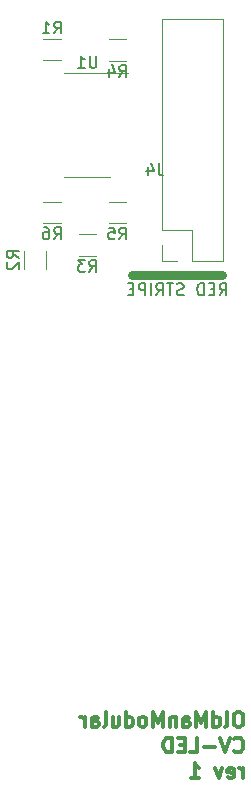
<source format=gbr>
%TF.GenerationSoftware,KiCad,Pcbnew,(5.1.8)-1*%
%TF.CreationDate,2021-01-03T22:56:05-05:00*%
%TF.ProjectId,LedController1,4c656443-6f6e-4747-926f-6c6c6572312e,rev?*%
%TF.SameCoordinates,Original*%
%TF.FileFunction,Legend,Bot*%
%TF.FilePolarity,Positive*%
%FSLAX46Y46*%
G04 Gerber Fmt 4.6, Leading zero omitted, Abs format (unit mm)*
G04 Created by KiCad (PCBNEW (5.1.8)-1) date 2021-01-03 22:56:05*
%MOMM*%
%LPD*%
G01*
G04 APERTURE LIST*
%ADD10C,0.300000*%
%ADD11C,0.150000*%
%ADD12C,0.750000*%
%ADD13C,0.120000*%
G04 APERTURE END LIST*
D10*
X19271691Y-92889664D02*
X19033596Y-92889664D01*
X18914548Y-92949188D01*
X18795501Y-93068235D01*
X18735977Y-93306330D01*
X18735977Y-93722997D01*
X18795501Y-93961092D01*
X18914548Y-94080140D01*
X19033596Y-94139664D01*
X19271691Y-94139664D01*
X19390739Y-94080140D01*
X19509786Y-93961092D01*
X19569310Y-93722997D01*
X19569310Y-93306330D01*
X19509786Y-93068235D01*
X19390739Y-92949188D01*
X19271691Y-92889664D01*
X18021691Y-94139664D02*
X18140739Y-94080140D01*
X18200263Y-93961092D01*
X18200263Y-92889664D01*
X17009786Y-94139664D02*
X17009786Y-92889664D01*
X17009786Y-94080140D02*
X17128834Y-94139664D01*
X17366929Y-94139664D01*
X17485977Y-94080140D01*
X17545501Y-94020616D01*
X17605025Y-93901568D01*
X17605025Y-93544426D01*
X17545501Y-93425378D01*
X17485977Y-93365854D01*
X17366929Y-93306330D01*
X17128834Y-93306330D01*
X17009786Y-93365854D01*
X16414548Y-94139664D02*
X16414548Y-92889664D01*
X15997882Y-93782521D01*
X15581215Y-92889664D01*
X15581215Y-94139664D01*
X14450263Y-94139664D02*
X14450263Y-93484902D01*
X14509786Y-93365854D01*
X14628834Y-93306330D01*
X14866929Y-93306330D01*
X14985977Y-93365854D01*
X14450263Y-94080140D02*
X14569310Y-94139664D01*
X14866929Y-94139664D01*
X14985977Y-94080140D01*
X15045501Y-93961092D01*
X15045501Y-93842045D01*
X14985977Y-93722997D01*
X14866929Y-93663473D01*
X14569310Y-93663473D01*
X14450263Y-93603949D01*
X13855025Y-93306330D02*
X13855025Y-94139664D01*
X13855025Y-93425378D02*
X13795501Y-93365854D01*
X13676453Y-93306330D01*
X13497882Y-93306330D01*
X13378834Y-93365854D01*
X13319310Y-93484902D01*
X13319310Y-94139664D01*
X12724072Y-94139664D02*
X12724072Y-92889664D01*
X12307406Y-93782521D01*
X11890739Y-92889664D01*
X11890739Y-94139664D01*
X11116929Y-94139664D02*
X11235977Y-94080140D01*
X11295501Y-94020616D01*
X11355025Y-93901568D01*
X11355025Y-93544426D01*
X11295501Y-93425378D01*
X11235977Y-93365854D01*
X11116929Y-93306330D01*
X10938358Y-93306330D01*
X10819310Y-93365854D01*
X10759786Y-93425378D01*
X10700263Y-93544426D01*
X10700263Y-93901568D01*
X10759786Y-94020616D01*
X10819310Y-94080140D01*
X10938358Y-94139664D01*
X11116929Y-94139664D01*
X9628834Y-94139664D02*
X9628834Y-92889664D01*
X9628834Y-94080140D02*
X9747882Y-94139664D01*
X9985977Y-94139664D01*
X10105025Y-94080140D01*
X10164548Y-94020616D01*
X10224072Y-93901568D01*
X10224072Y-93544426D01*
X10164548Y-93425378D01*
X10105025Y-93365854D01*
X9985977Y-93306330D01*
X9747882Y-93306330D01*
X9628834Y-93365854D01*
X8497882Y-93306330D02*
X8497882Y-94139664D01*
X9033596Y-93306330D02*
X9033596Y-93961092D01*
X8974072Y-94080140D01*
X8855025Y-94139664D01*
X8676453Y-94139664D01*
X8557406Y-94080140D01*
X8497882Y-94020616D01*
X7724072Y-94139664D02*
X7843120Y-94080140D01*
X7902644Y-93961092D01*
X7902644Y-92889664D01*
X6712167Y-94139664D02*
X6712167Y-93484902D01*
X6771691Y-93365854D01*
X6890739Y-93306330D01*
X7128834Y-93306330D01*
X7247882Y-93365854D01*
X6712167Y-94080140D02*
X6831215Y-94139664D01*
X7128834Y-94139664D01*
X7247882Y-94080140D01*
X7307406Y-93961092D01*
X7307406Y-93842045D01*
X7247882Y-93722997D01*
X7128834Y-93663473D01*
X6831215Y-93663473D01*
X6712167Y-93603949D01*
X6116929Y-94139664D02*
X6116929Y-93306330D01*
X6116929Y-93544426D02*
X6057406Y-93425378D01*
X5997882Y-93365854D01*
X5878834Y-93306330D01*
X5759786Y-93306330D01*
X18795501Y-96195616D02*
X18855025Y-96255140D01*
X19033596Y-96314664D01*
X19152644Y-96314664D01*
X19331215Y-96255140D01*
X19450263Y-96136092D01*
X19509786Y-96017045D01*
X19569310Y-95778949D01*
X19569310Y-95600378D01*
X19509786Y-95362283D01*
X19450263Y-95243235D01*
X19331215Y-95124188D01*
X19152644Y-95064664D01*
X19033596Y-95064664D01*
X18855025Y-95124188D01*
X18795501Y-95183711D01*
X18438358Y-95064664D02*
X18021691Y-96314664D01*
X17605025Y-95064664D01*
X17188358Y-95838473D02*
X16235977Y-95838473D01*
X15045501Y-96314664D02*
X15640739Y-96314664D01*
X15640739Y-95064664D01*
X14628834Y-95659902D02*
X14212167Y-95659902D01*
X14033596Y-96314664D02*
X14628834Y-96314664D01*
X14628834Y-95064664D01*
X14033596Y-95064664D01*
X13497882Y-96314664D02*
X13497882Y-95064664D01*
X13200263Y-95064664D01*
X13021691Y-95124188D01*
X12902644Y-95243235D01*
X12843120Y-95362283D01*
X12783596Y-95600378D01*
X12783596Y-95778949D01*
X12843120Y-96017045D01*
X12902644Y-96136092D01*
X13021691Y-96255140D01*
X13200263Y-96314664D01*
X13497882Y-96314664D01*
X19509786Y-98489664D02*
X19509786Y-97656330D01*
X19509786Y-97894426D02*
X19450263Y-97775378D01*
X19390739Y-97715854D01*
X19271691Y-97656330D01*
X19152644Y-97656330D01*
X18259786Y-98430140D02*
X18378834Y-98489664D01*
X18616929Y-98489664D01*
X18735977Y-98430140D01*
X18795501Y-98311092D01*
X18795501Y-97834902D01*
X18735977Y-97715854D01*
X18616929Y-97656330D01*
X18378834Y-97656330D01*
X18259786Y-97715854D01*
X18200263Y-97834902D01*
X18200263Y-97953949D01*
X18795501Y-98072997D01*
X17783596Y-97656330D02*
X17485977Y-98489664D01*
X17188358Y-97656330D01*
X15105025Y-98489664D02*
X15819310Y-98489664D01*
X15462167Y-98489664D02*
X15462167Y-97239664D01*
X15581215Y-97418235D01*
X15700263Y-97537283D01*
X15819310Y-97596807D01*
D11*
X17541428Y-57602380D02*
X17874761Y-57126190D01*
X18112857Y-57602380D02*
X18112857Y-56602380D01*
X17731904Y-56602380D01*
X17636666Y-56650000D01*
X17589047Y-56697619D01*
X17541428Y-56792857D01*
X17541428Y-56935714D01*
X17589047Y-57030952D01*
X17636666Y-57078571D01*
X17731904Y-57126190D01*
X18112857Y-57126190D01*
X17112857Y-57078571D02*
X16779523Y-57078571D01*
X16636666Y-57602380D02*
X17112857Y-57602380D01*
X17112857Y-56602380D01*
X16636666Y-56602380D01*
X16208095Y-57602380D02*
X16208095Y-56602380D01*
X15970000Y-56602380D01*
X15827142Y-56650000D01*
X15731904Y-56745238D01*
X15684285Y-56840476D01*
X15636666Y-57030952D01*
X15636666Y-57173809D01*
X15684285Y-57364285D01*
X15731904Y-57459523D01*
X15827142Y-57554761D01*
X15970000Y-57602380D01*
X16208095Y-57602380D01*
X14493809Y-57554761D02*
X14350952Y-57602380D01*
X14112857Y-57602380D01*
X14017619Y-57554761D01*
X13970000Y-57507142D01*
X13922380Y-57411904D01*
X13922380Y-57316666D01*
X13970000Y-57221428D01*
X14017619Y-57173809D01*
X14112857Y-57126190D01*
X14303333Y-57078571D01*
X14398571Y-57030952D01*
X14446190Y-56983333D01*
X14493809Y-56888095D01*
X14493809Y-56792857D01*
X14446190Y-56697619D01*
X14398571Y-56650000D01*
X14303333Y-56602380D01*
X14065238Y-56602380D01*
X13922380Y-56650000D01*
X13636666Y-56602380D02*
X13065238Y-56602380D01*
X13350952Y-57602380D02*
X13350952Y-56602380D01*
X12160476Y-57602380D02*
X12493809Y-57126190D01*
X12731904Y-57602380D02*
X12731904Y-56602380D01*
X12350952Y-56602380D01*
X12255714Y-56650000D01*
X12208095Y-56697619D01*
X12160476Y-56792857D01*
X12160476Y-56935714D01*
X12208095Y-57030952D01*
X12255714Y-57078571D01*
X12350952Y-57126190D01*
X12731904Y-57126190D01*
X11731904Y-57602380D02*
X11731904Y-56602380D01*
X11255714Y-57602380D02*
X11255714Y-56602380D01*
X10874761Y-56602380D01*
X10779523Y-56650000D01*
X10731904Y-56697619D01*
X10684285Y-56792857D01*
X10684285Y-56935714D01*
X10731904Y-57030952D01*
X10779523Y-57078571D01*
X10874761Y-57126190D01*
X11255714Y-57126190D01*
X10255714Y-57078571D02*
X9922380Y-57078571D01*
X9779523Y-57602380D02*
X10255714Y-57602380D01*
X10255714Y-56602380D01*
X9779523Y-56602380D01*
D12*
X10160000Y-55880000D02*
X17780000Y-55880000D01*
D13*
%TO.C,R6*%
X2630413Y-51487229D02*
X4084541Y-51487229D01*
X2630413Y-49667229D02*
X4084541Y-49667229D01*
%TO.C,R5*%
X8162936Y-51517268D02*
X9617064Y-51517268D01*
X8162936Y-49697268D02*
X9617064Y-49697268D01*
%TO.C,R4*%
X8162936Y-37740000D02*
X9617064Y-37740000D01*
X8162936Y-35920000D02*
X9617064Y-35920000D01*
%TO.C,R3*%
X5622936Y-54250000D02*
X7077064Y-54250000D01*
X5622936Y-52430000D02*
X7077064Y-52430000D01*
%TO.C,R2*%
X995000Y-53882936D02*
X995000Y-55337064D01*
X2815000Y-53882936D02*
X2815000Y-55337064D01*
%TO.C,R1*%
X4084541Y-35889961D02*
X2630413Y-35889961D01*
X4084541Y-37709961D02*
X2630413Y-37709961D01*
%TO.C,J4*%
X12640000Y-34230000D02*
X17840000Y-34230000D01*
X12640000Y-52070000D02*
X12640000Y-34230000D01*
X17840000Y-54670000D02*
X17840000Y-34230000D01*
X12640000Y-52070000D02*
X15240000Y-52070000D01*
X15240000Y-52070000D02*
X15240000Y-54670000D01*
X15240000Y-54670000D02*
X17840000Y-54670000D01*
X12640000Y-53340000D02*
X12640000Y-54670000D01*
X12640000Y-54670000D02*
X13970000Y-54670000D01*
%TO.C,U1*%
X6350000Y-47615000D02*
X4400000Y-47615000D01*
X6350000Y-47615000D02*
X8300000Y-47615000D01*
X6350000Y-38745000D02*
X4400000Y-38745000D01*
X6350000Y-38745000D02*
X9800000Y-38745000D01*
%TO.C,R6*%
D11*
X3524143Y-52849609D02*
X3857477Y-52373419D01*
X4095572Y-52849609D02*
X4095572Y-51849609D01*
X3714619Y-51849609D01*
X3619381Y-51897229D01*
X3571762Y-51944848D01*
X3524143Y-52040086D01*
X3524143Y-52182943D01*
X3571762Y-52278181D01*
X3619381Y-52325800D01*
X3714619Y-52373419D01*
X4095572Y-52373419D01*
X2667000Y-51849609D02*
X2857477Y-51849609D01*
X2952715Y-51897229D01*
X3000334Y-51944848D01*
X3095572Y-52087705D01*
X3143191Y-52278181D01*
X3143191Y-52659133D01*
X3095572Y-52754371D01*
X3047953Y-52801990D01*
X2952715Y-52849609D01*
X2762238Y-52849609D01*
X2667000Y-52801990D01*
X2619381Y-52754371D01*
X2571762Y-52659133D01*
X2571762Y-52421038D01*
X2619381Y-52325800D01*
X2667000Y-52278181D01*
X2762238Y-52230562D01*
X2952715Y-52230562D01*
X3047953Y-52278181D01*
X3095572Y-52325800D01*
X3143191Y-52421038D01*
%TO.C,R5*%
X9056666Y-52879648D02*
X9390000Y-52403458D01*
X9628095Y-52879648D02*
X9628095Y-51879648D01*
X9247142Y-51879648D01*
X9151904Y-51927268D01*
X9104285Y-51974887D01*
X9056666Y-52070125D01*
X9056666Y-52212982D01*
X9104285Y-52308220D01*
X9151904Y-52355839D01*
X9247142Y-52403458D01*
X9628095Y-52403458D01*
X8151904Y-51879648D02*
X8628095Y-51879648D01*
X8675714Y-52355839D01*
X8628095Y-52308220D01*
X8532857Y-52260601D01*
X8294761Y-52260601D01*
X8199523Y-52308220D01*
X8151904Y-52355839D01*
X8104285Y-52451077D01*
X8104285Y-52689172D01*
X8151904Y-52784410D01*
X8199523Y-52832029D01*
X8294761Y-52879648D01*
X8532857Y-52879648D01*
X8628095Y-52832029D01*
X8675714Y-52784410D01*
%TO.C,R4*%
X9056666Y-39102380D02*
X9390000Y-38626190D01*
X9628095Y-39102380D02*
X9628095Y-38102380D01*
X9247142Y-38102380D01*
X9151904Y-38150000D01*
X9104285Y-38197619D01*
X9056666Y-38292857D01*
X9056666Y-38435714D01*
X9104285Y-38530952D01*
X9151904Y-38578571D01*
X9247142Y-38626190D01*
X9628095Y-38626190D01*
X8199523Y-38435714D02*
X8199523Y-39102380D01*
X8437619Y-38054761D02*
X8675714Y-38769047D01*
X8056666Y-38769047D01*
%TO.C,R3*%
X6516666Y-55612380D02*
X6850000Y-55136190D01*
X7088095Y-55612380D02*
X7088095Y-54612380D01*
X6707142Y-54612380D01*
X6611904Y-54660000D01*
X6564285Y-54707619D01*
X6516666Y-54802857D01*
X6516666Y-54945714D01*
X6564285Y-55040952D01*
X6611904Y-55088571D01*
X6707142Y-55136190D01*
X7088095Y-55136190D01*
X6183333Y-54612380D02*
X5564285Y-54612380D01*
X5897619Y-54993333D01*
X5754761Y-54993333D01*
X5659523Y-55040952D01*
X5611904Y-55088571D01*
X5564285Y-55183809D01*
X5564285Y-55421904D01*
X5611904Y-55517142D01*
X5659523Y-55564761D01*
X5754761Y-55612380D01*
X6040476Y-55612380D01*
X6135714Y-55564761D01*
X6183333Y-55517142D01*
%TO.C,R2*%
X537380Y-54443333D02*
X61190Y-54110000D01*
X537380Y-53871904D02*
X-462619Y-53871904D01*
X-462619Y-54252857D01*
X-415000Y-54348095D01*
X-367380Y-54395714D01*
X-272142Y-54443333D01*
X-129285Y-54443333D01*
X-34047Y-54395714D01*
X13571Y-54348095D01*
X61190Y-54252857D01*
X61190Y-53871904D01*
X-367380Y-54824285D02*
X-415000Y-54871904D01*
X-462619Y-54967142D01*
X-462619Y-55205238D01*
X-415000Y-55300476D01*
X-367380Y-55348095D01*
X-272142Y-55395714D01*
X-176904Y-55395714D01*
X-34047Y-55348095D01*
X537380Y-54776666D01*
X537380Y-55395714D01*
%TO.C,R1*%
X3524143Y-35432341D02*
X3857477Y-34956151D01*
X4095572Y-35432341D02*
X4095572Y-34432341D01*
X3714619Y-34432341D01*
X3619381Y-34479961D01*
X3571762Y-34527580D01*
X3524143Y-34622818D01*
X3524143Y-34765675D01*
X3571762Y-34860913D01*
X3619381Y-34908532D01*
X3714619Y-34956151D01*
X4095572Y-34956151D01*
X2571762Y-35432341D02*
X3143191Y-35432341D01*
X2857477Y-35432341D02*
X2857477Y-34432341D01*
X2952715Y-34575199D01*
X3047953Y-34670437D01*
X3143191Y-34718056D01*
%TO.C,J4*%
X12398333Y-46442380D02*
X12398333Y-47156666D01*
X12445952Y-47299523D01*
X12541190Y-47394761D01*
X12684047Y-47442380D01*
X12779285Y-47442380D01*
X11493571Y-46775714D02*
X11493571Y-47442380D01*
X11731666Y-46394761D02*
X11969761Y-47109047D01*
X11350714Y-47109047D01*
%TO.C,U1*%
X7111904Y-37352380D02*
X7111904Y-38161904D01*
X7064285Y-38257142D01*
X7016666Y-38304761D01*
X6921428Y-38352380D01*
X6730952Y-38352380D01*
X6635714Y-38304761D01*
X6588095Y-38257142D01*
X6540476Y-38161904D01*
X6540476Y-37352380D01*
X5540476Y-38352380D02*
X6111904Y-38352380D01*
X5826190Y-38352380D02*
X5826190Y-37352380D01*
X5921428Y-37495238D01*
X6016666Y-37590476D01*
X6111904Y-37638095D01*
%TD*%
M02*

</source>
